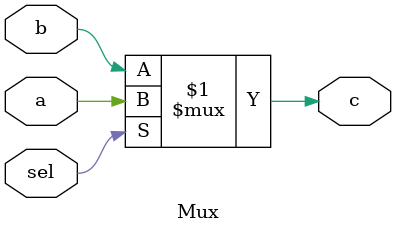
<source format=v>

module Mux (a,b,sel,c);
    input a,b,sel;
    output c;
    
assign c = sel ? a : b;

endmodule
</source>
